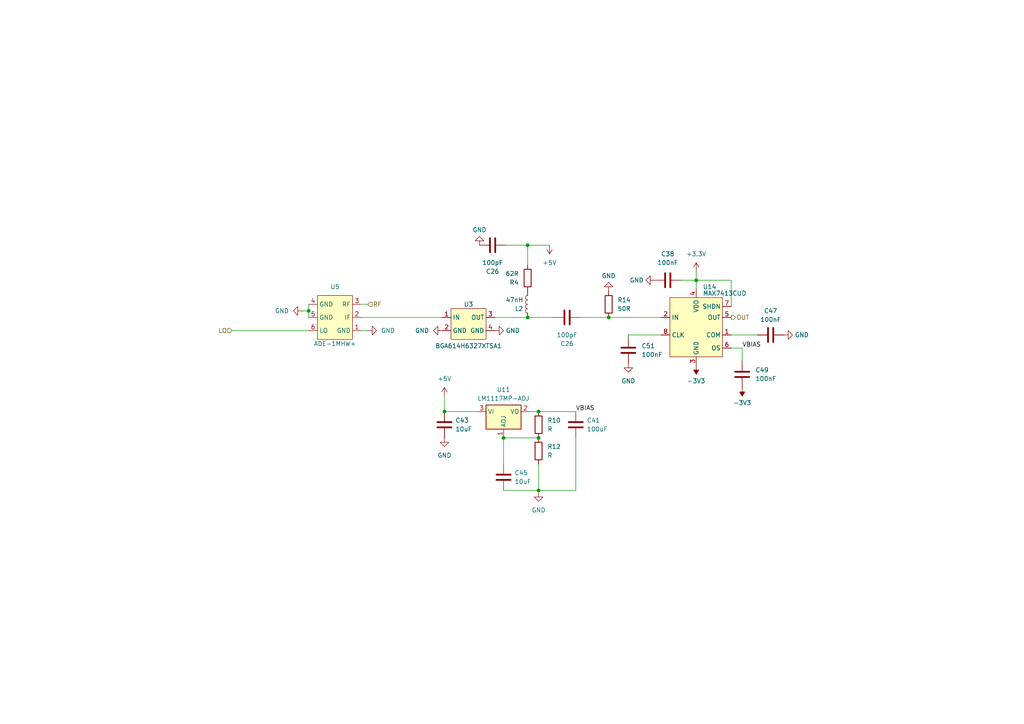
<source format=kicad_sch>
(kicad_sch (version 20230121) (generator eeschema)
  (paper "A4")
  (lib_symbols
    (symbol "ADE-1MHW+:ADE-1MHW+"
      (property "Reference" "U" (at 0 10.16 0))
      (property "Value" "ADE-1MHW+" (at 0 7.62 0))
      (symbol "ADE-1MHW+_1_1"
        (rectangle (start -5.08 6.35) (end 5.08 -6.35) (fill (type background)))
        (pin power_in line (at -7.62 3.81 0) (length 2.54) (name "GND") (number "1"))
        (pin output line (at -7.62 0 0) (length 2.54) (name "IF") (number "2"))
        (pin input line (at -7.62 -3.81 0) (length 2.54) (name "RF") (number "3"))
        (pin power_in line (at 7.62 -3.81 180) (length 2.54) (name "GND") (number "4"))
        (pin power_in line (at 7.62 0 180) (length 2.54) (name "GND") (number "5"))
        (pin input line (at 7.62 3.81 180) (length 2.54) (name "LO") (number "6"))
      )
    )
    (symbol "BGA614H6327XTSA1:BGA614H6327XTSA1"
      (property "Reference" "U" (at 0 7.62 0))
      (property "Value" "BGA614H6327XTSA1" (at 0 5.08 0))
      (symbol "BGA614H6327XTSA1_1_1"
        (rectangle (start -5.08 3.81) (end 5.08 -5.08) (fill (type background)))
        (pin input line (at -7.62 1.27 0) (length 2.54) (name "IN") (number "1"))
        (pin power_in line (at -7.62 -2.54 0) (length 2.54) (name "GND") (number "2"))
        (pin output line (at 7.62 1.27 180) (length 2.54) (name "OUT") (number "3"))
        (pin power_in line (at 7.62 -2.54 180) (length 2.54) (name "GND") (number "4"))
      )
    )
    (symbol "Device:C" (pin_numbers hide) (pin_names (offset 0.254))
      (property "Reference" "C" (at 0.635 2.54 0))
      (property "Value" "C" (at 0.635 -2.54 0))
      (symbol "C_0_1"
        (polyline (pts (xy -2.032 -0.762) (xy 2.032 -0.762)) (stroke (width 0.508)))
        (polyline (pts (xy -2.032 0.762) (xy 2.032 0.762)) (stroke (width 0.508)))
      )
      (symbol "C_1_1"
        (pin passive line (at 0 3.81 270) (length 2.794) (name "~") (number "1"))
        (pin passive line (at 0 -3.81 90) (length 2.794) (name "~") (number "2"))
      )
    )
    (symbol "Device:L" (pin_numbers hide) (pin_names (offset 1.016) hide)
      (property "Reference" "L" (at -1.27 0 90))
      (property "Value" "L" (at 1.905 0 90))
      (symbol "L_0_1"
        (arc (start 0 -2.54) (mid 0.6323 -1.905) (end 0 -1.27))
        (arc (start 0 -1.27) (mid 0.6323 -0.635) (end 0 0))
        (arc (start 0 0) (mid 0.6323 0.635) (end 0 1.27))
        (arc (start 0 1.27) (mid 0.6323 1.905) (end 0 2.54))
      )
      (symbol "L_1_1"
        (pin passive line (at 0 3.81 270) (length 1.27) (name "1") (number "1"))
        (pin passive line (at 0 -3.81 90) (length 1.27) (name "2") (number "2"))
      )
    )
    (symbol "Device:R" (pin_numbers hide) (pin_names (offset 0))
      (property "Reference" "R" (at 2.032 0 90))
      (property "Value" "R" (at 0 0 90))
      (symbol "R_0_1"
        (rectangle (start -1.016 -2.54) (end 1.016 2.54) (stroke (width 0.254)))
      )
      (symbol "R_1_1"
        (pin passive line (at 0 3.81 270) (length 1.27) (name "~") (number "1"))
        (pin passive line (at 0 -3.81 90) (length 1.27) (name "~") (number "2"))
      )
    )
    (symbol "MAX7413:MAX7413CUA+-ND"
      (property "Reference" "U" (at -7.62 11.43 0))
      (property "Value" "MAX7413CUD" (at -8.255 9.525 0))
      (symbol "MAX7413CUA+-ND_1_1"
        (rectangle (start -7.62 8.255) (end 7.62 -8.89) (fill (type background)))
        (pin passive line (at 10.16 -2.54 180) (length 2.54) (name "COM") (number "1"))
        (pin input line (at -10.16 2.54 0) (length 2.54) (name "IN") (number "2"))
        (pin power_in line (at 0 -11.43 90) (length 2.54) (name "GND") (number "3"))
        (pin power_in line (at 0 10.795 270) (length 2.54) (name "VDD") (number "4"))
        (pin output line (at 10.16 2.54 180) (length 2.54) (name "OUT") (number "5"))
        (pin passive line (at 10.16 -6.35 180) (length 2.54) (name "OS") (number "6"))
        (pin power_in line (at 10.16 5.715 180) (length 2.54) (name "SHDN") (number "7"))
        (pin input line (at -10.16 -2.54 0) (length 2.54) (name "CLK") (number "8"))
      )
    )
    (symbol "Regulator_Linear:LM1117MP-ADJ"
      (property "Reference" "U" (at -3.81 3.175 0))
      (property "Value" "LM1117MP-ADJ" (at 0 3.175 0))
      (symbol "LM1117MP-ADJ_0_1"
        (rectangle (start -5.08 -5.08) (end 5.08 1.905) (stroke (width 0.254)) (fill (type background)))
      )
      (symbol "LM1117MP-ADJ_1_1"
        (pin input line (at 0 -7.62 90) (length 2.54) (name "ADJ") (number "1"))
        (pin power_out line (at 7.62 0 180) (length 2.54) (name "VO") (number "2"))
        (pin power_in line (at -7.62 0 0) (length 2.54) (name "VI") (number "3"))
      )
    )
    (symbol "power:+3.3V" (power) (pin_names (offset 0))
      (property "Value" "+3.3V" (at 0 3.556 0))
      (symbol "+3.3V_0_1"
        (polyline (pts (xy -0.762 1.27) (xy 0 2.54)))
        (polyline (pts (xy 0 0) (xy 0 2.54)))
        (polyline (pts (xy 0 2.54) (xy 0.762 1.27)))
      )
      (symbol "+3.3V_1_1"
        (pin power_in line (at 0 0 90) (length 0) hide (name "+3.3V") (number "1"))
      )
    )
    (symbol "power:+5V" (power) (pin_names (offset 0))
      (property "Value" "+5V" (at 0 3.556 0))
      (symbol "+5V_0_1"
        (polyline (pts (xy -0.762 1.27) (xy 0 2.54)))
        (polyline (pts (xy 0 0) (xy 0 2.54)))
        (polyline (pts (xy 0 2.54) (xy 0.762 1.27)))
      )
      (symbol "+5V_1_1"
        (pin power_in line (at 0 0 90) (length 0) hide (name "+5V") (number "1"))
      )
    )
    (symbol "power:-3V3" (power) (pin_names (offset 0))
      (property "Value" "-3V3" (at 0 3.81 0))
      (symbol "-3V3_0_0"
        (pin power_in line (at 0 0 90) (length 0) hide (name "-3V3") (number "1"))
      )
      (symbol "-3V3_0_1"
        (polyline (pts (xy 0 0) (xy 0 1.27) (xy 0.762 1.27) (xy 0 2.54) (xy -0.762 1.27) (xy 0 1.27)) (fill (type outline)))
      )
    )
    (symbol "power:GND" (power) (pin_names (offset 0))
      (property "Value" "GND" (at 0 -3.81 0))
      (symbol "GND_0_1"
        (polyline (pts (xy 0 0) (xy 0 -1.27) (xy 1.27 -1.27) (xy 0 -2.54) (xy -1.27 -1.27) (xy 0 -1.27)))
      )
      (symbol "GND_1_1"
        (pin power_in line (at 0 0 270) (length 0) hide (name "GND") (number "1"))
      )
    )
  )
  (junction (at 156.21 119.38))
  (junction (at 153.035 71.12))
  (junction (at 89.535 90.17))
  (junction (at 128.905 119.38))
  (junction (at 156.21 127))
  (junction (at 146.05 127))
  (junction (at 156.21 142.24))
  (junction (at 201.93 81.28))
  (junction (at 176.53 92.075))
  (junction (at 153.035 92.075))
  (wire (pts (xy 153.035 71.12) (xy 146.685 71.12)))
  (wire (pts (xy 153.035 92.075) (xy 160.655 92.075)))
  (wire (pts (xy 104.775 95.885) (xy 106.68 95.885)))
  (wire (pts (xy 212.09 97.155) (xy 219.71 97.155)))
  (wire (pts (xy 146.05 127) (xy 156.21 127)))
  (wire (pts (xy 146.05 127) (xy 146.05 134.62)))
  (wire (pts (xy 191.77 97.155) (xy 182.245 97.155)))
  (wire (pts (xy 153.67 119.38) (xy 156.21 119.38)))
  (wire (pts (xy 212.09 88.9) (xy 212.09 81.28)))
  (wire (pts (xy 128.905 119.38) (xy 138.43 119.38)))
  (wire (pts (xy 153.035 76.835) (xy 153.035 71.12)))
  (wire (pts (xy 201.93 78.74) (xy 201.93 81.28)))
  (wire (pts (xy 156.21 142.24) (xy 156.21 142.875)))
  (wire (pts (xy 212.09 81.28) (xy 201.93 81.28)))
  (wire (pts (xy 159.385 71.12) (xy 153.035 71.12)))
  (wire (pts (xy 67.31 95.885) (xy 89.535 95.885)))
  (wire (pts (xy 156.21 119.38) (xy 167.005 119.38)))
  (wire (pts (xy 182.245 97.155) (xy 182.245 97.79)))
  (wire (pts (xy 146.05 142.24) (xy 156.21 142.24)))
  (wire (pts (xy 156.21 134.62) (xy 156.21 142.24)))
  (wire (pts (xy 215.265 100.965) (xy 215.265 104.775)))
  (wire (pts (xy 212.09 100.965) (xy 215.265 100.965)))
  (wire (pts (xy 128.905 114.935) (xy 128.905 119.38)))
  (wire (pts (xy 89.535 90.17) (xy 89.535 92.075)))
  (wire (pts (xy 89.535 88.265) (xy 89.535 90.17)))
  (wire (pts (xy 201.93 81.28) (xy 201.93 83.82)))
  (wire (pts (xy 176.53 92.075) (xy 191.77 92.075)))
  (wire (pts (xy 104.775 88.265) (xy 106.68 88.265)))
  (wire (pts (xy 104.775 92.075) (xy 128.27 92.075)))
  (wire (pts (xy 167.005 142.24) (xy 156.21 142.24)))
  (wire (pts (xy 168.275 92.075) (xy 176.53 92.075)))
  (wire (pts (xy 87.63 90.17) (xy 89.535 90.17)))
  (wire (pts (xy 153.035 92.075) (xy 143.51 92.075)))
  (wire (pts (xy 167.005 127) (xy 167.005 142.24)))
  (wire (pts (xy 197.485 81.28) (xy 201.93 81.28)))
  (label "VBIAS" (at 167.005 119.38 0))
  (label "VBIAS" (at 215.265 100.965 0))
  (hierarchical_label "RF" (shape input) (at 106.68 88.265 0))
  (hierarchical_label "OUT" (shape output) (at 212.09 92.075 0))
  (hierarchical_label "LO" (shape input) (at 67.31 95.885 180))
  (symbol (lib_id "Device:C") (at 142.875 71.12 270) (unit 1)
    (property "Reference" "C26" (at 142.875 78.74 90))
    (property "Value" "100pF" (at 142.875 76.2 90))
    (instances (project "analog_frontend" (path "" (reference "C26") (unit 1)) (path "" (reference "C30") (unit 1)) (path "" (reference "C40") (unit 1))))
  )
  (symbol (lib_id "MAX7413:MAX7413CUA+-ND") (at 201.93 94.615 0) (unit 1)
    (property "Reference" "U14" (at 203.835 83.185 0) (effects (justify left)))
    (property "Value" "MAX7413CUD" (at 203.835 85.09 0) (effects (justify left)))
    (instances (project "analog_frontend" (path "" (reference "U14") (unit 1)) (path "" (reference "U15") (unit 1))))
  )
  (symbol (lib_id "Device:C") (at 128.905 123.19 0) (unit 1)
    (property "Reference" "C43" (at 132.08 121.92 0) (effects (justify left)))
    (property "Value" "10uF" (at 132.08 124.46 0) (effects (justify left)))
    (instances (project "analog_frontend" (path "" (reference "C43") (unit 1)) (path "" (reference "C42") (unit 1))))
  )
  (symbol (lib_id "power:+5V") (at 128.905 114.935 0) (unit 1)
    (property "Reference" "#PWR028" (effects hide))
    (property "Value" "+5V" (at 128.905 109.855 0))
    (instances (project "analog_frontend" (path "" (reference "#PWR028") (unit 1)) (path "" (reference "#PWR041") (unit 1)) (path "" (reference "#PWR071") (unit 1)) (path "" (reference "#PWR072") (unit 1))))
  )
  (symbol (lib_id "power:+5V") (at 159.385 71.12 180) (unit 1)
    (property "Reference" "#PWR028" (effects hide))
    (property "Value" "+5V" (at 159.385 76.2 0))
    (instances (project "analog_frontend" (path "" (reference "#PWR028") (unit 1)) (path "" (reference "#PWR041") (unit 1)) (path "" (reference "#PWR045") (unit 1)) (path "" (reference "#PWR055") (unit 1))))
  )
  (symbol (lib_id "power:GND") (at 227.33 97.155 90) (unit 1)
    (property "Reference" "#PWR05" (effects hide))
    (property "Value" "GND" (at 230.505 97.155 90) (effects (justify right)))
    (instances (project "analog_frontend" (path "" (reference "#PWR05") (unit 1)) (path "" (reference "#PWR048") (unit 1)) (path "" (reference "#PWR056") (unit 1)) (path "" (reference "#PWR048") (unit 1))))
  )
  (symbol (lib_id "power:GND") (at 139.065 71.12 180) (unit 1)
    (property "Reference" "#PWR011" (effects hide))
    (property "Value" "GND" (at 139.065 66.675 0))
    (instances (project "analog_frontend" (path "" (reference "#PWR011") (unit 1)) (path "" (reference "#PWR043") (unit 1)) (path "" (reference "#PWR050") (unit 1)) (path "" (reference "#PWR065") (unit 1))))
  )
  (symbol (lib_id "Device:C") (at 182.245 101.6 180) (unit 1)
    (property "Reference" "C51" (at 186.055 100.33 0) (effects (justify right)))
    (property "Value" "100nF" (at 186.055 102.87 0) (effects (justify right)))
    (instances (project "analog_frontend" (path "" (reference "C51") (unit 1)) (path "" (reference "C50") (unit 1))))
  )
  (symbol (lib_id "Device:R") (at 156.21 130.81 0) (unit 1)
    (property "Reference" "R12" (at 158.75 129.54 0) (effects (justify left)))
    (property "Value" "R" (at 158.75 132.08 0) (effects (justify left)))
    (instances (project "analog_frontend" (path "" (reference "R12") (unit 1)) (path "" (reference "R11") (unit 1))))
  )
  (symbol (lib_id "Device:R") (at 156.21 123.19 0) (unit 1)
    (property "Reference" "R10" (at 158.75 121.92 0) (effects (justify left)))
    (property "Value" "R" (at 158.75 124.46 0) (effects (justify left)))
    (instances (project "analog_frontend" (path "" (reference "R10") (unit 1)) (path "" (reference "R9") (unit 1))))
  )
  (symbol (lib_id "Device:C") (at 167.005 123.19 0) (unit 1)
    (property "Reference" "C41" (at 170.18 121.92 0) (effects (justify left)))
    (property "Value" "100uF" (at 170.18 124.46 0) (effects (justify left)))
    (instances (project "analog_frontend" (path "" (reference "C41") (unit 1)) (path "" (reference "C35") (unit 1))))
  )
  (symbol (lib_id "Device:R") (at 153.035 80.645 180) (unit 1)
    (property "Reference" "R4" (at 150.495 81.915 0) (effects (justify left)))
    (property "Value" "62R" (at 150.495 79.375 0) (effects (justify left)))
    (instances (project "analog_frontend" (path "" (reference "R4") (unit 1)) (path "" (reference "R7") (unit 1)) (path "" (reference "R8") (unit 1))))
  )
  (symbol (lib_id "Device:C") (at 223.52 97.155 90) (unit 1)
    (property "Reference" "C47" (at 223.52 90.17 90))
    (property "Value" "100nF" (at 223.52 92.71 90))
    (instances (project "analog_frontend" (path "" (reference "C47") (unit 1)) (path "" (reference "C46") (unit 1))))
  )
  (symbol (lib_id "power:GND") (at 106.68 95.885 90) (unit 1)
    (property "Reference" "#PWR08" (effects hide))
    (property "Value" "GND" (at 110.49 95.885 90) (effects (justify right)))
    (instances (project "analog_frontend" (path "" (reference "#PWR08") (unit 1)) (path "" (reference "#PWR06") (unit 1)) (path "" (reference "#PWR06") (unit 1)) (path "" (reference "#PWR053") (unit 1))))
  )
  (symbol (lib_id "Device:C") (at 146.05 138.43 0) (unit 1)
    (property "Reference" "C45" (at 149.225 137.16 0) (effects (justify left)))
    (property "Value" "10uF" (at 149.225 139.7 0) (effects (justify left)))
    (instances (project "analog_frontend" (path "" (reference "C45") (unit 1)) (path "" (reference "C44") (unit 1))))
  )
  (symbol (lib_id "Regulator_Linear:LM1117MP-ADJ") (at 146.05 119.38 0) (unit 1)
    (property "Reference" "U11" (at 146.05 113.03 0))
    (property "Value" "LM1117MP-ADJ" (at 146.05 115.57 0))
    (property "Footprint" "Package_TO_SOT_SMD:SOT-223-3_TabPin2" (effects hide))
    (property "Datasheet" "http://www.ti.com/lit/ds/symlink/lm1117.pdf" (effects hide))
    (instances (project "analog_frontend" (path "" (reference "U11") (unit 1)) (path "" (reference "U10") (unit 1))))
  )
  (symbol (lib_id "Device:R") (at 176.53 88.265 0) (unit 1)
    (property "Reference" "R14" (at 179.07 86.995 0) (effects (justify left)))
    (property "Value" "50R" (at 179.07 89.535 0) (effects (justify left)))
    (instances (project "analog_frontend" (path "" (reference "R14") (unit 1)) (path "" (reference "R13") (unit 1))))
  )
  (symbol (lib_id "power:GND") (at 182.245 105.41 0) (unit 1)
    (property "Reference" "#PWR05" (effects hide))
    (property "Value" "GND" (at 182.245 110.49 0))
    (instances (project "analog_frontend" (path "" (reference "#PWR05") (unit 1)) (path "" (reference "#PWR048") (unit 1)) (path "" (reference "#PWR080") (unit 1)) (path "" (reference "#PWR079") (unit 1))))
  )
  (symbol (lib_id "Device:C") (at 193.675 81.28 90) (unit 1)
    (property "Reference" "C38" (at 193.675 73.66 90))
    (property "Value" "100nF" (at 193.675 76.2 90))
    (instances (project "analog_frontend" (path "" (reference "C38") (unit 1)) (path "" (reference "C39") (unit 1))))
  )
  (symbol (lib_id "power:GND") (at 128.905 127 0) (unit 1)
    (property "Reference" "#PWR06" (effects hide))
    (property "Value" "GND" (at 128.905 132.08 0))
    (instances (project "analog_frontend" (path "" (reference "#PWR06") (unit 1)) (path "" (reference "#PWR042") (unit 1)) (path "" (reference "#PWR073") (unit 1)) (path "" (reference "#PWR074") (unit 1))))
  )
  (symbol (lib_id "power:-3V3") (at 201.93 106.045 180) (unit 1)
    (property "Reference" "#PWR068" (effects hide))
    (property "Value" "-3V3" (at 201.93 110.49 0))
    (instances (project "analog_frontend" (path "" (reference "#PWR068") (unit 1)) (path "" (reference "#PWR067") (unit 1))))
  )
  (symbol (lib_id "power:GND") (at 176.53 84.455 180) (unit 1)
    (property "Reference" "#PWR05" (effects hide))
    (property "Value" "GND" (at 176.53 80.01 0))
    (instances (project "analog_frontend" (path "" (reference "#PWR05") (unit 1)) (path "" (reference "#PWR048") (unit 1)) (path "" (reference "#PWR078") (unit 1)) (path "" (reference "#PWR077") (unit 1))))
  )
  (symbol (lib_id "BGA614H6327XTSA1:BGA614H6327XTSA1") (at 135.89 93.345 0) (unit 1)
    (property "Reference" "U3" (at 135.89 88.265 0))
    (property "Value" "BGA614H6327XTSA1" (at 135.89 100.33 0))
    (instances (project "analog_frontend" (path "" (reference "U3") (unit 1)) (path "" (reference "U5") (unit 1)) (path "" (reference "U8") (unit 1)) (path "" (reference "U9") (unit 1))))
  )
  (symbol (lib_id "Device:C") (at 215.265 108.585 180) (unit 1)
    (property "Reference" "C49" (at 219.075 107.315 0) (effects (justify right)))
    (property "Value" "100nF" (at 219.075 109.855 0) (effects (justify right)))
    (instances (project "analog_frontend" (path "" (reference "C49") (unit 1)) (path "" (reference "C48") (unit 1))))
  )
  (symbol (lib_id "power:+3.3V") (at 201.93 78.74 0) (unit 1)
    (property "Reference" "#PWR070" (effects hide))
    (property "Value" "+3.3V" (at 201.93 73.66 0))
    (instances (project "analog_frontend" (path "" (reference "#PWR070") (unit 1)) (path "" (reference "#PWR069") (unit 1))))
  )
  (symbol (lib_id "power:GND") (at 189.865 81.28 270) (unit 1)
    (property "Reference" "#PWR05" (effects hide))
    (property "Value" "GND" (at 186.69 81.28 90) (effects (justify right)))
    (instances (project "analog_frontend" (path "" (reference "#PWR05") (unit 1)) (path "" (reference "#PWR048") (unit 1)) (path "" (reference "#PWR059") (unit 1)) (path "" (reference "#PWR052") (unit 1))))
  )
  (symbol (lib_id "power:GND") (at 128.27 95.885 270) (unit 1)
    (property "Reference" "#PWR06" (effects hide))
    (property "Value" "GND" (at 124.46 95.885 90) (effects (justify right)))
    (instances (project "analog_frontend" (path "" (reference "#PWR06") (unit 1)) (path "" (reference "#PWR010") (unit 1)) (path "" (reference "#PWR054") (unit 1)) (path "" (reference "#PWR066") (unit 1))))
  )
  (symbol (lib_id "power:GND") (at 143.51 95.885 90) (unit 1)
    (property "Reference" "#PWR06" (effects hide))
    (property "Value" "GND" (at 146.685 95.885 90) (effects (justify right)))
    (instances (project "analog_frontend" (path "" (reference "#PWR06") (unit 1)) (path "" (reference "#PWR042") (unit 1)) (path "" (reference "#PWR046") (unit 1)) (path "" (reference "#PWR057") (unit 1))))
  )
  (symbol (lib_id "Device:C") (at 164.465 92.075 270) (unit 1)
    (property "Reference" "C26" (at 164.465 99.695 90))
    (property "Value" "100pF" (at 164.465 97.155 90))
    (instances (project "analog_frontend" (path "" (reference "C26") (unit 1)) (path "" (reference "C29") (unit 1)) (path "" (reference "C34") (unit 1))))
  )
  (symbol (lib_id "power:GND") (at 156.21 142.875 0) (unit 1)
    (property "Reference" "#PWR06" (effects hide))
    (property "Value" "GND" (at 156.21 147.955 0))
    (instances (project "analog_frontend" (path "" (reference "#PWR06") (unit 1)) (path "" (reference "#PWR010") (unit 1)) (path "" (reference "#PWR051") (unit 1)) (path "" (reference "#PWR058") (unit 1))))
  )
  (symbol (lib_id "power:-3V3") (at 215.265 112.395 180) (unit 1)
    (property "Reference" "#PWR076" (effects hide))
    (property "Value" "-3V3" (at 215.265 116.84 0))
    (instances (project "analog_frontend" (path "" (reference "#PWR076") (unit 1)) (path "" (reference "#PWR075") (unit 1))))
  )
  (symbol (lib_id "Device:L") (at 153.035 88.265 180) (unit 1)
    (property "Reference" "L2" (at 151.765 89.535 0) (effects (justify left)))
    (property "Value" "47nH" (at 151.765 86.995 0) (effects (justify left)))
    (instances (project "analog_frontend" (path "" (reference "L2") (unit 1)) (path "" (reference "L3") (unit 1)) (path "" (reference "L4") (unit 1))))
  )
  (symbol (lib_id "power:GND") (at 87.63 90.17 270) (unit 1)
    (property "Reference" "#PWR07" (effects hide))
    (property "Value" "GND" (at 83.82 90.17 90) (effects (justify right)))
    (instances (project "analog_frontend" (path "" (reference "#PWR07") (unit 1)) (path "" (reference "#PWR04") (unit 1)) (path "" (reference "#PWR04") (unit 1)) (path "" (reference "#PWR047") (unit 1))))
  )
  (symbol (lib_id "ADE-1MHW+:ADE-1MHW+") (at 97.155 92.075 180) (unit 1)
    (property "Reference" "U5" (at 97.155 83.185 0))
    (property "Value" "ADE-1MHW+" (at 97.155 99.695 0))
    (instances (project "analog_frontend" (path "" (reference "U5") (unit 1)) (path "" (reference "U2") (unit 1)) (path "" (reference "U2") (unit 1)) (path "" (reference "U6") (unit 1))))
  )
)
</source>
